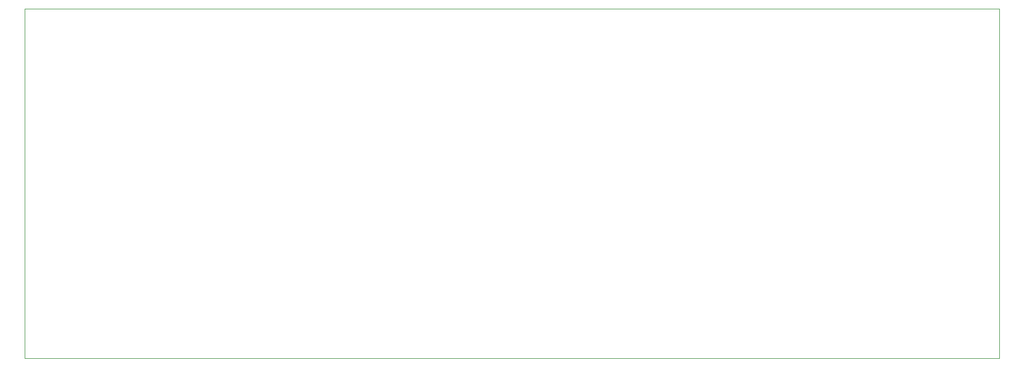
<source format=gbr>
%TF.GenerationSoftware,KiCad,Pcbnew,(5.1.10-1-10_14)*%
%TF.CreationDate,2021-11-09T17:04:18-05:00*%
%TF.ProjectId,TeensyBoardv2,5465656e-7379-4426-9f61-726476322e6b,v01*%
%TF.SameCoordinates,Original*%
%TF.FileFunction,Profile,NP*%
%FSLAX46Y46*%
G04 Gerber Fmt 4.6, Leading zero omitted, Abs format (unit mm)*
G04 Created by KiCad (PCBNEW (5.1.10-1-10_14)) date 2021-11-09 17:04:18*
%MOMM*%
%LPD*%
G01*
G04 APERTURE LIST*
%TA.AperFunction,Profile*%
%ADD10C,0.050000*%
%TD*%
G04 APERTURE END LIST*
D10*
X264550000Y-131780000D02*
X114150000Y-131780000D01*
X264550000Y-77780000D02*
X264550000Y-131780000D01*
X114150000Y-77780000D02*
X264550000Y-77780000D01*
X114150000Y-131780000D02*
X114150000Y-77780000D01*
M02*

</source>
